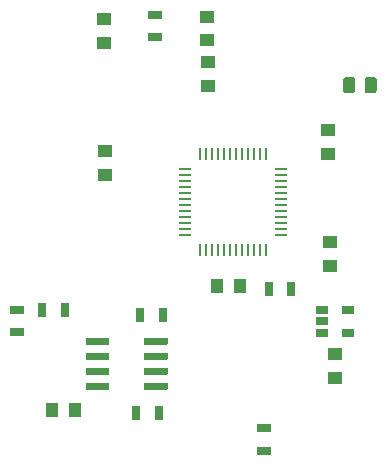
<source format=gbp>
G04 #@! TF.GenerationSoftware,KiCad,Pcbnew,5.1.7-a382d34a8~88~ubuntu18.04.1*
G04 #@! TF.CreationDate,2022-03-02T17:55:55+05:30*
G04 #@! TF.ProjectId,WaterTank_module_v1,57617465-7254-4616-9e6b-5f6d6f64756c,rev?*
G04 #@! TF.SameCoordinates,Original*
G04 #@! TF.FileFunction,Paste,Bot*
G04 #@! TF.FilePolarity,Positive*
%FSLAX46Y46*%
G04 Gerber Fmt 4.6, Leading zero omitted, Abs format (unit mm)*
G04 Created by KiCad (PCBNEW 5.1.7-a382d34a8~88~ubuntu18.04.1) date 2022-03-02 17:55:55*
%MOMM*%
%LPD*%
G01*
G04 APERTURE LIST*
%ADD10R,1.000000X0.230000*%
%ADD11R,0.230000X1.000000*%
%ADD12R,1.300000X0.700000*%
%ADD13R,1.000000X1.250000*%
%ADD14R,1.250000X1.000000*%
%ADD15R,0.700000X1.300000*%
%ADD16R,1.060000X0.650000*%
G04 APERTURE END LIST*
G36*
G01*
X31988200Y-78525600D02*
X31988200Y-78009600D01*
G75*
G02*
X32030200Y-77967600I42000J0D01*
G01*
X33916200Y-77967600D01*
G75*
G02*
X33958200Y-78009600I0J-42000D01*
G01*
X33958200Y-78525600D01*
G75*
G02*
X33916200Y-78567600I-42000J0D01*
G01*
X32030200Y-78567600D01*
G75*
G02*
X31988200Y-78525600I0J42000D01*
G01*
G37*
G36*
G01*
X31988200Y-77255600D02*
X31988200Y-76739600D01*
G75*
G02*
X32030200Y-76697600I42000J0D01*
G01*
X33916200Y-76697600D01*
G75*
G02*
X33958200Y-76739600I0J-42000D01*
G01*
X33958200Y-77255600D01*
G75*
G02*
X33916200Y-77297600I-42000J0D01*
G01*
X32030200Y-77297600D01*
G75*
G02*
X31988200Y-77255600I0J42000D01*
G01*
G37*
G36*
G01*
X31988200Y-75985600D02*
X31988200Y-75469600D01*
G75*
G02*
X32030200Y-75427600I42000J0D01*
G01*
X33916200Y-75427600D01*
G75*
G02*
X33958200Y-75469600I0J-42000D01*
G01*
X33958200Y-75985600D01*
G75*
G02*
X33916200Y-76027600I-42000J0D01*
G01*
X32030200Y-76027600D01*
G75*
G02*
X31988200Y-75985600I0J42000D01*
G01*
G37*
G36*
G01*
X31988200Y-74715600D02*
X31988200Y-74199600D01*
G75*
G02*
X32030200Y-74157600I42000J0D01*
G01*
X33916200Y-74157600D01*
G75*
G02*
X33958200Y-74199600I0J-42000D01*
G01*
X33958200Y-74715600D01*
G75*
G02*
X33916200Y-74757600I-42000J0D01*
G01*
X32030200Y-74757600D01*
G75*
G02*
X31988200Y-74715600I0J42000D01*
G01*
G37*
G36*
G01*
X36938200Y-74715600D02*
X36938200Y-74199600D01*
G75*
G02*
X36980200Y-74157600I42000J0D01*
G01*
X38866200Y-74157600D01*
G75*
G02*
X38908200Y-74199600I0J-42000D01*
G01*
X38908200Y-74715600D01*
G75*
G02*
X38866200Y-74757600I-42000J0D01*
G01*
X36980200Y-74757600D01*
G75*
G02*
X36938200Y-74715600I0J42000D01*
G01*
G37*
G36*
G01*
X36938200Y-75985600D02*
X36938200Y-75469600D01*
G75*
G02*
X36980200Y-75427600I42000J0D01*
G01*
X38866200Y-75427600D01*
G75*
G02*
X38908200Y-75469600I0J-42000D01*
G01*
X38908200Y-75985600D01*
G75*
G02*
X38866200Y-76027600I-42000J0D01*
G01*
X36980200Y-76027600D01*
G75*
G02*
X36938200Y-75985600I0J42000D01*
G01*
G37*
G36*
G01*
X36938200Y-77255600D02*
X36938200Y-76739600D01*
G75*
G02*
X36980200Y-76697600I42000J0D01*
G01*
X38866200Y-76697600D01*
G75*
G02*
X38908200Y-76739600I0J-42000D01*
G01*
X38908200Y-77255600D01*
G75*
G02*
X38866200Y-77297600I-42000J0D01*
G01*
X36980200Y-77297600D01*
G75*
G02*
X36938200Y-77255600I0J42000D01*
G01*
G37*
G36*
G01*
X36938200Y-78525600D02*
X36938200Y-78009600D01*
G75*
G02*
X36980200Y-77967600I42000J0D01*
G01*
X38866200Y-77967600D01*
G75*
G02*
X38908200Y-78009600I0J-42000D01*
G01*
X38908200Y-78525600D01*
G75*
G02*
X38866200Y-78567600I-42000J0D01*
G01*
X36980200Y-78567600D01*
G75*
G02*
X36938200Y-78525600I0J42000D01*
G01*
G37*
D10*
X48516500Y-60403700D03*
D11*
X47246500Y-66753700D03*
X46738500Y-66753700D03*
X46230500Y-66753700D03*
X45722500Y-66753700D03*
X45214500Y-66753700D03*
X44706500Y-66753700D03*
X44198500Y-66753700D03*
X43690500Y-66753700D03*
X43182500Y-66753700D03*
X42674500Y-66753700D03*
X42166500Y-66753700D03*
X41658500Y-66753700D03*
D10*
X40388500Y-65483700D03*
X40388500Y-64975700D03*
X40388500Y-63959700D03*
X40388500Y-63451700D03*
X40388500Y-62943700D03*
X40388500Y-62435700D03*
X40388500Y-61927700D03*
X40388500Y-61419700D03*
X40388500Y-60911700D03*
X40388500Y-60403700D03*
X40388500Y-59895700D03*
D11*
X42166500Y-58625700D03*
X42674500Y-58625700D03*
X43182500Y-58625700D03*
X43690500Y-58625700D03*
X44198500Y-58625700D03*
X44706500Y-58625700D03*
X45214500Y-58625700D03*
X45722500Y-58625700D03*
X46230500Y-58625700D03*
X46738500Y-58625700D03*
X47246500Y-58625700D03*
D10*
X48516500Y-59895700D03*
X48516500Y-60911700D03*
X48516500Y-61419700D03*
X48516500Y-61927700D03*
X48516500Y-62435700D03*
X48516500Y-62943700D03*
X48516500Y-63451700D03*
X48516500Y-63959700D03*
X48516500Y-64467700D03*
X48516500Y-64975700D03*
X48516500Y-65483700D03*
D11*
X41658500Y-58625700D03*
D10*
X40388500Y-64467700D03*
D12*
X26162000Y-73660000D03*
X26162000Y-71760000D03*
D13*
X45084200Y-69761100D03*
X43084200Y-69761100D03*
D14*
X42227500Y-48947600D03*
X42227500Y-46947600D03*
X42296100Y-50805800D03*
X42296100Y-52805800D03*
X33530500Y-47150800D03*
X33530500Y-49150800D03*
X33596000Y-60364200D03*
X33596000Y-58364200D03*
X52696000Y-66064200D03*
X52696000Y-68064200D03*
X53096000Y-75564200D03*
X53096000Y-77564200D03*
D15*
X47492900Y-70032900D03*
X49392900Y-70032900D03*
D12*
X37863800Y-48719800D03*
X37863800Y-46819800D03*
X47096000Y-81814200D03*
X47096000Y-83714200D03*
D16*
X51996000Y-73714200D03*
X51996000Y-72764200D03*
X51996000Y-71814200D03*
X54196000Y-71814200D03*
X54196000Y-73714200D03*
D14*
X52496000Y-56564200D03*
X52496000Y-58564200D03*
D13*
X31100800Y-80299600D03*
X29100800Y-80299600D03*
D15*
X36614000Y-72207100D03*
X38514000Y-72207100D03*
X30187900Y-71777900D03*
X28287900Y-71777900D03*
X38173700Y-80490100D03*
X36273700Y-80490100D03*
G36*
G01*
X53771000Y-53214202D02*
X53771000Y-52314198D01*
G75*
G02*
X54020998Y-52064200I249998J0D01*
G01*
X54546002Y-52064200D01*
G75*
G02*
X54796000Y-52314198I0J-249998D01*
G01*
X54796000Y-53214202D01*
G75*
G02*
X54546002Y-53464200I-249998J0D01*
G01*
X54020998Y-53464200D01*
G75*
G02*
X53771000Y-53214202I0J249998D01*
G01*
G37*
G36*
G01*
X55596000Y-53214202D02*
X55596000Y-52314198D01*
G75*
G02*
X55845998Y-52064200I249998J0D01*
G01*
X56371002Y-52064200D01*
G75*
G02*
X56621000Y-52314198I0J-249998D01*
G01*
X56621000Y-53214202D01*
G75*
G02*
X56371002Y-53464200I-249998J0D01*
G01*
X55845998Y-53464200D01*
G75*
G02*
X55596000Y-53214202I0J249998D01*
G01*
G37*
M02*

</source>
